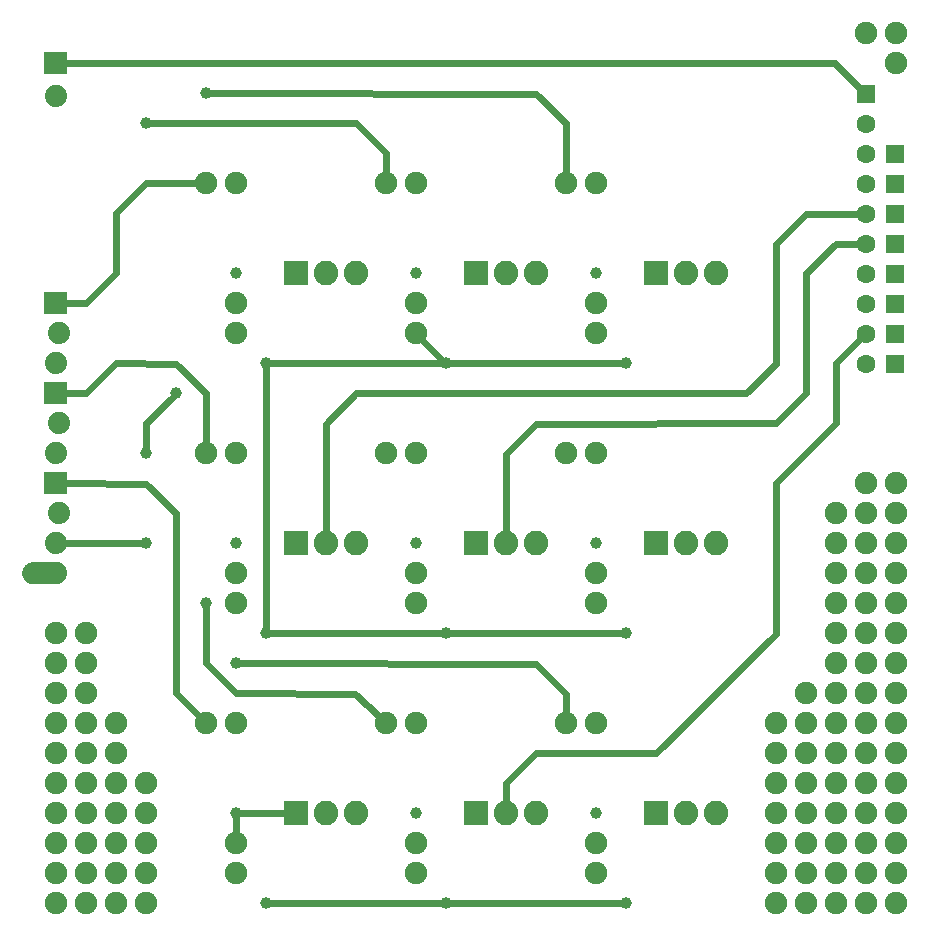
<source format=gbl>
G04 MADE WITH FRITZING*
G04 WWW.FRITZING.ORG*
G04 DOUBLE SIDED*
G04 HOLES PLATED*
G04 CONTOUR ON CENTER OF CONTOUR VECTOR*
%ASAXBY*%
%FSLAX23Y23*%
%MOIN*%
%OFA0B0*%
%SFA1.0B1.0*%
%ADD10C,0.075000*%
%ADD11C,0.062992*%
%ADD12C,0.039370*%
%ADD13C,0.074000*%
%ADD14C,0.082000*%
%ADD15C,0.074803*%
%ADD16R,0.062992X0.062992*%
%ADD17R,0.082000X0.082000*%
%ADD18C,0.024000*%
%ADD19R,0.001000X0.001000*%
%LNCOPPER0*%
G90*
G70*
G54D10*
X1298Y752D03*
X1398Y752D03*
X1298Y2552D03*
X1398Y2552D03*
X1298Y1652D03*
X1398Y1652D03*
X1898Y1652D03*
X1998Y1652D03*
X1898Y752D03*
X1998Y752D03*
X1898Y2552D03*
X1998Y2552D03*
X698Y2552D03*
X798Y2552D03*
X698Y752D03*
X798Y752D03*
X698Y1652D03*
X798Y1652D03*
X1998Y2152D03*
X1998Y2052D03*
X1998Y1252D03*
X1998Y1152D03*
X1998Y352D03*
X1998Y252D03*
X798Y2152D03*
X798Y2052D03*
X798Y1252D03*
X798Y1152D03*
X798Y352D03*
X798Y252D03*
X1398Y2152D03*
X1398Y2052D03*
X1398Y1252D03*
X1398Y1152D03*
X1398Y352D03*
X1398Y252D03*
G54D11*
X2996Y2651D03*
X2898Y2651D03*
X2996Y2051D03*
X2898Y2051D03*
X2996Y2351D03*
X2898Y2351D03*
X2898Y2849D03*
X2898Y2751D03*
X2996Y2151D03*
X2898Y2151D03*
X2996Y2451D03*
X2898Y2451D03*
X2996Y2551D03*
X2898Y2551D03*
X2996Y2251D03*
X2898Y2251D03*
X2996Y1951D03*
X2898Y1951D03*
G54D12*
X198Y2152D03*
G54D13*
X198Y2152D03*
X208Y2052D03*
X198Y1952D03*
X198Y2152D03*
X208Y2052D03*
X198Y1952D03*
X198Y2152D03*
X208Y2052D03*
X198Y1952D03*
X198Y1552D03*
X208Y1452D03*
X198Y1352D03*
X198Y1552D03*
X208Y1452D03*
X198Y1352D03*
X198Y1552D03*
X208Y1452D03*
X198Y1352D03*
X198Y1252D03*
X198Y1252D03*
X198Y1252D03*
X198Y1852D03*
X208Y1752D03*
X198Y1652D03*
X198Y1852D03*
X208Y1752D03*
X198Y1652D03*
X198Y1852D03*
X208Y1752D03*
X198Y1652D03*
X198Y2952D03*
X198Y2842D03*
X198Y2952D03*
X198Y2842D03*
X198Y2952D03*
X198Y2842D03*
G54D14*
X998Y2252D03*
X1098Y2252D03*
X1198Y2252D03*
X998Y1352D03*
X1098Y1352D03*
X1198Y1352D03*
X998Y452D03*
X1098Y452D03*
X1198Y452D03*
G54D12*
X798Y2252D03*
X898Y1952D03*
G54D14*
X2198Y2252D03*
X2298Y2252D03*
X2398Y2252D03*
X2198Y452D03*
X2298Y452D03*
X2398Y452D03*
X2198Y1352D03*
X2298Y1352D03*
X2398Y1352D03*
X1598Y2252D03*
X1698Y2252D03*
X1798Y2252D03*
X1598Y1352D03*
X1698Y1352D03*
X1798Y1352D03*
X1598Y452D03*
X1698Y452D03*
X1798Y452D03*
G54D12*
X498Y2752D03*
X698Y2852D03*
X1398Y2252D03*
X1498Y1952D03*
X1998Y2252D03*
X2098Y1952D03*
X798Y1352D03*
X498Y1652D03*
X598Y1852D03*
X1398Y1352D03*
X1998Y1352D03*
X898Y1052D03*
X1498Y1052D03*
X2098Y1052D03*
X698Y1152D03*
X498Y1352D03*
X798Y452D03*
X1398Y452D03*
X1998Y452D03*
X2098Y152D03*
X1498Y152D03*
X898Y152D03*
X798Y952D03*
G54D15*
X2698Y252D03*
X2698Y652D03*
X2598Y252D03*
X2598Y352D03*
X2598Y152D03*
X2698Y152D03*
X2698Y552D03*
X2698Y352D03*
X2698Y752D03*
X2598Y452D03*
X2698Y452D03*
X2698Y852D03*
X2798Y252D03*
X198Y952D03*
X198Y252D03*
X198Y652D03*
X2798Y652D03*
X2798Y1352D03*
X2798Y952D03*
X2798Y152D03*
X198Y552D03*
X198Y152D03*
X198Y852D03*
X2798Y1252D03*
X2798Y552D03*
X2898Y152D03*
X298Y552D03*
X298Y152D03*
X2898Y1252D03*
X2898Y552D03*
X298Y852D03*
X2998Y152D03*
X498Y552D03*
X498Y152D03*
X398Y552D03*
X2598Y552D03*
X2998Y552D03*
X398Y152D03*
X2998Y1252D03*
X2898Y252D03*
X298Y252D03*
X2898Y1352D03*
X2898Y952D03*
X2898Y652D03*
X298Y652D03*
X298Y952D03*
X2998Y252D03*
X398Y252D03*
X498Y252D03*
X2598Y652D03*
X398Y652D03*
X2998Y1352D03*
X2998Y952D03*
X2998Y652D03*
X2798Y352D03*
X198Y1052D03*
X198Y352D03*
X198Y752D03*
X2798Y752D03*
X2798Y1452D03*
X2798Y1052D03*
X2898Y352D03*
X298Y1052D03*
X298Y352D03*
X298Y752D03*
X2898Y752D03*
X2898Y1452D03*
X2898Y1052D03*
X2998Y352D03*
X498Y352D03*
X2598Y752D03*
X398Y352D03*
X398Y752D03*
X2998Y752D03*
X2998Y1052D03*
X2998Y2952D03*
X2998Y1452D03*
X2798Y452D03*
X2798Y1152D03*
X198Y452D03*
X2798Y852D03*
X2898Y452D03*
X298Y452D03*
X2898Y3052D03*
X2898Y1152D03*
X2898Y1552D03*
X2898Y852D03*
X2998Y452D03*
X398Y452D03*
X498Y452D03*
X2998Y3052D03*
X2998Y1152D03*
X2998Y1552D03*
X2998Y852D03*
G54D16*
X2996Y2651D03*
X2996Y2051D03*
X2996Y2351D03*
X2898Y2849D03*
X2996Y2151D03*
X2996Y2451D03*
X2996Y2551D03*
X2996Y2251D03*
X2996Y1951D03*
G54D17*
X998Y2252D03*
X998Y1352D03*
X998Y452D03*
X2198Y2252D03*
X2198Y452D03*
X2198Y1352D03*
X1598Y2252D03*
X1598Y1352D03*
X1598Y452D03*
G54D18*
X1298Y2652D02*
X1298Y2580D01*
D02*
X1198Y2753D02*
X1298Y2652D01*
D02*
X517Y2752D02*
X1198Y2753D01*
D02*
X1899Y2753D02*
X1899Y2580D01*
D02*
X717Y2852D02*
X1798Y2851D01*
D02*
X1798Y2851D02*
X1899Y2753D01*
D02*
X2797Y2952D02*
X2879Y2868D01*
D02*
X230Y2952D02*
X2797Y2952D01*
D02*
X1485Y1965D02*
X1419Y2031D01*
D02*
X298Y2152D02*
X399Y2252D01*
D02*
X499Y2552D02*
X670Y2552D01*
D02*
X399Y2452D02*
X499Y2552D01*
D02*
X399Y2252D02*
X399Y2452D01*
D02*
X230Y2152D02*
X298Y2152D01*
D02*
X699Y1852D02*
X599Y1951D01*
D02*
X398Y1952D02*
X298Y1852D01*
D02*
X599Y1951D02*
X398Y1952D01*
D02*
X298Y1852D02*
X230Y1852D01*
D02*
X699Y1680D02*
X699Y1852D01*
D02*
X1517Y1952D02*
X2079Y1952D01*
D02*
X917Y1952D02*
X1479Y1952D01*
D02*
X499Y1752D02*
X585Y1838D01*
D02*
X498Y1671D02*
X499Y1752D01*
D02*
X2499Y1852D02*
X1198Y1852D01*
D02*
X2598Y2351D02*
X2598Y1951D01*
D02*
X2698Y2451D02*
X2598Y2351D01*
D02*
X2871Y2451D02*
X2698Y2451D01*
D02*
X1099Y1751D02*
X1098Y1384D01*
D02*
X2598Y1951D02*
X2499Y1852D01*
D02*
X1198Y1852D02*
X1099Y1751D01*
D02*
X2598Y1752D02*
X1798Y1751D01*
D02*
X2699Y1852D02*
X2598Y1752D01*
D02*
X2699Y2252D02*
X2699Y1852D01*
D02*
X2798Y2351D02*
X2699Y2252D01*
D02*
X2871Y2351D02*
X2798Y2351D01*
D02*
X1798Y1751D02*
X1698Y1650D01*
D02*
X1698Y1650D02*
X1698Y1384D01*
D02*
X898Y1071D02*
X898Y1933D01*
D02*
X1517Y1052D02*
X2079Y1052D01*
D02*
X917Y1052D02*
X1479Y1052D01*
D02*
X598Y1452D02*
X499Y1551D01*
D02*
X499Y1551D02*
X230Y1552D01*
D02*
X598Y852D02*
X598Y1452D01*
D02*
X678Y772D02*
X598Y852D01*
D02*
X479Y1352D02*
X230Y1352D01*
D02*
X699Y952D02*
X699Y1133D01*
D02*
X799Y852D02*
X699Y952D01*
D02*
X1197Y851D02*
X799Y852D01*
D02*
X1278Y772D02*
X1197Y851D01*
D02*
X817Y452D02*
X966Y452D01*
D02*
X798Y433D02*
X798Y380D01*
D02*
X817Y952D02*
X1798Y950D01*
D02*
X1798Y950D02*
X1898Y851D01*
D02*
X1898Y851D02*
X1898Y780D01*
D02*
X1517Y152D02*
X2079Y152D01*
D02*
X917Y152D02*
X1479Y152D01*
D02*
X2599Y1050D02*
X2198Y654D01*
D02*
X2599Y1553D02*
X2599Y1050D01*
D02*
X2799Y1952D02*
X2799Y1753D01*
D02*
X2799Y1753D02*
X2599Y1553D01*
D02*
X1699Y552D02*
X1699Y484D01*
D02*
X1798Y653D02*
X1699Y552D01*
D02*
X2198Y654D02*
X1798Y653D01*
D02*
X2879Y2032D02*
X2799Y1952D01*
G54D19*
X161Y2989D02*
X234Y2989D01*
X161Y2988D02*
X234Y2988D01*
X161Y2987D02*
X234Y2987D01*
X161Y2986D02*
X234Y2986D01*
X161Y2985D02*
X234Y2985D01*
X161Y2984D02*
X234Y2984D01*
X161Y2983D02*
X234Y2983D01*
X161Y2982D02*
X234Y2982D01*
X161Y2981D02*
X234Y2981D01*
X161Y2980D02*
X234Y2980D01*
X161Y2979D02*
X234Y2979D01*
X161Y2978D02*
X234Y2978D01*
X161Y2977D02*
X234Y2977D01*
X161Y2976D02*
X234Y2976D01*
X161Y2975D02*
X234Y2975D01*
X161Y2974D02*
X234Y2974D01*
X161Y2973D02*
X234Y2973D01*
X161Y2972D02*
X193Y2972D01*
X203Y2972D02*
X234Y2972D01*
X161Y2971D02*
X190Y2971D01*
X206Y2971D02*
X234Y2971D01*
X161Y2970D02*
X188Y2970D01*
X208Y2970D02*
X234Y2970D01*
X161Y2969D02*
X186Y2969D01*
X210Y2969D02*
X234Y2969D01*
X161Y2968D02*
X185Y2968D01*
X211Y2968D02*
X234Y2968D01*
X161Y2967D02*
X184Y2967D01*
X212Y2967D02*
X234Y2967D01*
X161Y2966D02*
X183Y2966D01*
X213Y2966D02*
X234Y2966D01*
X161Y2965D02*
X182Y2965D01*
X214Y2965D02*
X234Y2965D01*
X161Y2964D02*
X181Y2964D01*
X215Y2964D02*
X234Y2964D01*
X161Y2963D02*
X180Y2963D01*
X215Y2963D02*
X234Y2963D01*
X161Y2962D02*
X180Y2962D01*
X216Y2962D02*
X234Y2962D01*
X161Y2961D02*
X179Y2961D01*
X216Y2961D02*
X234Y2961D01*
X161Y2960D02*
X179Y2960D01*
X217Y2960D02*
X234Y2960D01*
X161Y2959D02*
X179Y2959D01*
X217Y2959D02*
X234Y2959D01*
X161Y2958D02*
X178Y2958D01*
X218Y2958D02*
X234Y2958D01*
X161Y2957D02*
X178Y2957D01*
X218Y2957D02*
X234Y2957D01*
X161Y2956D02*
X178Y2956D01*
X218Y2956D02*
X234Y2956D01*
X161Y2955D02*
X178Y2955D01*
X218Y2955D02*
X234Y2955D01*
X161Y2954D02*
X178Y2954D01*
X218Y2954D02*
X234Y2954D01*
X161Y2953D02*
X177Y2953D01*
X218Y2953D02*
X234Y2953D01*
X161Y2952D02*
X177Y2952D01*
X218Y2952D02*
X234Y2952D01*
X161Y2951D02*
X178Y2951D01*
X218Y2951D02*
X234Y2951D01*
X161Y2950D02*
X178Y2950D01*
X218Y2950D02*
X234Y2950D01*
X161Y2949D02*
X178Y2949D01*
X218Y2949D02*
X234Y2949D01*
X161Y2948D02*
X178Y2948D01*
X218Y2948D02*
X234Y2948D01*
X161Y2947D02*
X178Y2947D01*
X218Y2947D02*
X234Y2947D01*
X161Y2946D02*
X179Y2946D01*
X217Y2946D02*
X234Y2946D01*
X161Y2945D02*
X179Y2945D01*
X217Y2945D02*
X234Y2945D01*
X161Y2944D02*
X179Y2944D01*
X216Y2944D02*
X234Y2944D01*
X161Y2943D02*
X180Y2943D01*
X216Y2943D02*
X234Y2943D01*
X161Y2942D02*
X180Y2942D01*
X215Y2942D02*
X234Y2942D01*
X161Y2941D02*
X181Y2941D01*
X215Y2941D02*
X234Y2941D01*
X161Y2940D02*
X182Y2940D01*
X214Y2940D02*
X234Y2940D01*
X161Y2939D02*
X183Y2939D01*
X213Y2939D02*
X234Y2939D01*
X161Y2938D02*
X184Y2938D01*
X212Y2938D02*
X234Y2938D01*
X161Y2937D02*
X185Y2937D01*
X211Y2937D02*
X234Y2937D01*
X161Y2936D02*
X186Y2936D01*
X210Y2936D02*
X234Y2936D01*
X161Y2935D02*
X188Y2935D01*
X208Y2935D02*
X234Y2935D01*
X161Y2934D02*
X190Y2934D01*
X206Y2934D02*
X234Y2934D01*
X161Y2933D02*
X193Y2933D01*
X203Y2933D02*
X234Y2933D01*
X161Y2932D02*
X234Y2932D01*
X161Y2931D02*
X234Y2931D01*
X161Y2930D02*
X234Y2930D01*
X161Y2929D02*
X234Y2929D01*
X161Y2928D02*
X234Y2928D01*
X161Y2927D02*
X234Y2927D01*
X161Y2926D02*
X234Y2926D01*
X161Y2925D02*
X234Y2925D01*
X161Y2924D02*
X234Y2924D01*
X161Y2923D02*
X234Y2923D01*
X161Y2922D02*
X234Y2922D01*
X161Y2921D02*
X234Y2921D01*
X161Y2920D02*
X234Y2920D01*
X161Y2919D02*
X234Y2919D01*
X161Y2918D02*
X234Y2918D01*
X161Y2917D02*
X234Y2917D01*
X161Y2916D02*
X234Y2916D01*
X161Y2189D02*
X234Y2189D01*
X161Y2188D02*
X234Y2188D01*
X161Y2187D02*
X234Y2187D01*
X161Y2186D02*
X234Y2186D01*
X161Y2185D02*
X234Y2185D01*
X161Y2184D02*
X234Y2184D01*
X161Y2183D02*
X234Y2183D01*
X161Y2182D02*
X234Y2182D01*
X161Y2181D02*
X234Y2181D01*
X161Y2180D02*
X234Y2180D01*
X161Y2179D02*
X234Y2179D01*
X161Y2178D02*
X234Y2178D01*
X161Y2177D02*
X234Y2177D01*
X161Y2176D02*
X234Y2176D01*
X161Y2175D02*
X234Y2175D01*
X161Y2174D02*
X234Y2174D01*
X161Y2173D02*
X234Y2173D01*
X161Y2172D02*
X192Y2172D01*
X203Y2172D02*
X234Y2172D01*
X161Y2171D02*
X189Y2171D01*
X206Y2171D02*
X234Y2171D01*
X161Y2170D02*
X188Y2170D01*
X208Y2170D02*
X234Y2170D01*
X161Y2169D02*
X186Y2169D01*
X210Y2169D02*
X234Y2169D01*
X161Y2168D02*
X185Y2168D01*
X211Y2168D02*
X234Y2168D01*
X161Y2167D02*
X183Y2167D01*
X212Y2167D02*
X234Y2167D01*
X161Y2166D02*
X183Y2166D01*
X213Y2166D02*
X234Y2166D01*
X161Y2165D02*
X182Y2165D01*
X214Y2165D02*
X234Y2165D01*
X161Y2164D02*
X181Y2164D01*
X215Y2164D02*
X234Y2164D01*
X161Y2163D02*
X180Y2163D01*
X215Y2163D02*
X234Y2163D01*
X161Y2162D02*
X180Y2162D01*
X216Y2162D02*
X234Y2162D01*
X161Y2161D02*
X179Y2161D01*
X217Y2161D02*
X234Y2161D01*
X161Y2160D02*
X179Y2160D01*
X217Y2160D02*
X234Y2160D01*
X161Y2159D02*
X179Y2159D01*
X217Y2159D02*
X234Y2159D01*
X161Y2158D02*
X178Y2158D01*
X218Y2158D02*
X234Y2158D01*
X161Y2157D02*
X178Y2157D01*
X218Y2157D02*
X234Y2157D01*
X161Y2156D02*
X178Y2156D01*
X218Y2156D02*
X234Y2156D01*
X161Y2155D02*
X178Y2155D01*
X218Y2155D02*
X234Y2155D01*
X161Y2154D02*
X178Y2154D01*
X218Y2154D02*
X234Y2154D01*
X161Y2153D02*
X177Y2153D01*
X218Y2153D02*
X234Y2153D01*
X161Y2152D02*
X177Y2152D01*
X218Y2152D02*
X234Y2152D01*
X161Y2151D02*
X178Y2151D01*
X218Y2151D02*
X234Y2151D01*
X161Y2150D02*
X178Y2150D01*
X218Y2150D02*
X234Y2150D01*
X161Y2149D02*
X178Y2149D01*
X218Y2149D02*
X234Y2149D01*
X161Y2148D02*
X178Y2148D01*
X218Y2148D02*
X234Y2148D01*
X161Y2147D02*
X178Y2147D01*
X217Y2147D02*
X234Y2147D01*
X161Y2146D02*
X179Y2146D01*
X217Y2146D02*
X234Y2146D01*
X161Y2145D02*
X179Y2145D01*
X217Y2145D02*
X234Y2145D01*
X161Y2144D02*
X179Y2144D01*
X216Y2144D02*
X234Y2144D01*
X161Y2143D02*
X180Y2143D01*
X216Y2143D02*
X234Y2143D01*
X161Y2142D02*
X181Y2142D01*
X215Y2142D02*
X234Y2142D01*
X161Y2141D02*
X181Y2141D01*
X215Y2141D02*
X234Y2141D01*
X161Y2140D02*
X182Y2140D01*
X214Y2140D02*
X234Y2140D01*
X161Y2139D02*
X183Y2139D01*
X213Y2139D02*
X234Y2139D01*
X161Y2138D02*
X184Y2138D01*
X212Y2138D02*
X234Y2138D01*
X161Y2137D02*
X185Y2137D01*
X211Y2137D02*
X234Y2137D01*
X161Y2136D02*
X186Y2136D01*
X209Y2136D02*
X234Y2136D01*
X161Y2135D02*
X188Y2135D01*
X208Y2135D02*
X234Y2135D01*
X161Y2134D02*
X190Y2134D01*
X205Y2134D02*
X234Y2134D01*
X161Y2133D02*
X194Y2133D01*
X201Y2133D02*
X234Y2133D01*
X161Y2132D02*
X234Y2132D01*
X161Y2131D02*
X234Y2131D01*
X161Y2130D02*
X234Y2130D01*
X161Y2129D02*
X234Y2129D01*
X161Y2128D02*
X234Y2128D01*
X161Y2127D02*
X234Y2127D01*
X161Y2126D02*
X234Y2126D01*
X161Y2125D02*
X234Y2125D01*
X161Y2124D02*
X234Y2124D01*
X161Y2123D02*
X234Y2123D01*
X161Y2122D02*
X234Y2122D01*
X161Y2121D02*
X234Y2121D01*
X161Y2120D02*
X234Y2120D01*
X161Y2119D02*
X234Y2119D01*
X161Y2118D02*
X234Y2118D01*
X161Y2117D02*
X234Y2117D01*
X162Y2116D02*
X234Y2116D01*
X161Y1889D02*
X234Y1889D01*
X161Y1888D02*
X234Y1888D01*
X161Y1887D02*
X234Y1887D01*
X161Y1886D02*
X234Y1886D01*
X161Y1885D02*
X234Y1885D01*
X161Y1884D02*
X234Y1884D01*
X161Y1883D02*
X234Y1883D01*
X161Y1882D02*
X234Y1882D01*
X161Y1881D02*
X234Y1881D01*
X161Y1880D02*
X234Y1880D01*
X161Y1879D02*
X234Y1879D01*
X161Y1878D02*
X234Y1878D01*
X161Y1877D02*
X234Y1877D01*
X161Y1876D02*
X234Y1876D01*
X161Y1875D02*
X234Y1875D01*
X161Y1874D02*
X234Y1874D01*
X161Y1873D02*
X234Y1873D01*
X161Y1872D02*
X192Y1872D01*
X204Y1872D02*
X234Y1872D01*
X161Y1871D02*
X189Y1871D01*
X206Y1871D02*
X234Y1871D01*
X161Y1870D02*
X187Y1870D01*
X208Y1870D02*
X234Y1870D01*
X161Y1869D02*
X186Y1869D01*
X210Y1869D02*
X234Y1869D01*
X161Y1868D02*
X185Y1868D01*
X211Y1868D02*
X234Y1868D01*
X161Y1867D02*
X183Y1867D01*
X212Y1867D02*
X234Y1867D01*
X161Y1866D02*
X183Y1866D01*
X213Y1866D02*
X234Y1866D01*
X161Y1865D02*
X182Y1865D01*
X214Y1865D02*
X234Y1865D01*
X161Y1864D02*
X181Y1864D01*
X215Y1864D02*
X234Y1864D01*
X161Y1863D02*
X180Y1863D01*
X215Y1863D02*
X234Y1863D01*
X161Y1862D02*
X180Y1862D01*
X216Y1862D02*
X234Y1862D01*
X161Y1861D02*
X179Y1861D01*
X217Y1861D02*
X234Y1861D01*
X161Y1860D02*
X179Y1860D01*
X217Y1860D02*
X234Y1860D01*
X161Y1859D02*
X178Y1859D01*
X217Y1859D02*
X234Y1859D01*
X161Y1858D02*
X178Y1858D01*
X218Y1858D02*
X234Y1858D01*
X161Y1857D02*
X178Y1857D01*
X218Y1857D02*
X234Y1857D01*
X161Y1856D02*
X178Y1856D01*
X218Y1856D02*
X234Y1856D01*
X161Y1855D02*
X178Y1855D01*
X218Y1855D02*
X234Y1855D01*
X161Y1854D02*
X178Y1854D01*
X218Y1854D02*
X234Y1854D01*
X161Y1853D02*
X177Y1853D01*
X218Y1853D02*
X234Y1853D01*
X161Y1852D02*
X177Y1852D01*
X218Y1852D02*
X234Y1852D01*
X161Y1851D02*
X178Y1851D01*
X218Y1851D02*
X234Y1851D01*
X161Y1850D02*
X178Y1850D01*
X218Y1850D02*
X234Y1850D01*
X161Y1849D02*
X178Y1849D01*
X218Y1849D02*
X234Y1849D01*
X161Y1848D02*
X178Y1848D01*
X218Y1848D02*
X234Y1848D01*
X161Y1847D02*
X178Y1847D01*
X217Y1847D02*
X234Y1847D01*
X161Y1846D02*
X179Y1846D01*
X217Y1846D02*
X234Y1846D01*
X161Y1845D02*
X179Y1845D01*
X217Y1845D02*
X234Y1845D01*
X161Y1844D02*
X179Y1844D01*
X216Y1844D02*
X234Y1844D01*
X161Y1843D02*
X180Y1843D01*
X216Y1843D02*
X234Y1843D01*
X161Y1842D02*
X181Y1842D01*
X215Y1842D02*
X234Y1842D01*
X161Y1841D02*
X181Y1841D01*
X215Y1841D02*
X234Y1841D01*
X161Y1840D02*
X182Y1840D01*
X214Y1840D02*
X234Y1840D01*
X161Y1839D02*
X183Y1839D01*
X213Y1839D02*
X234Y1839D01*
X161Y1838D02*
X184Y1838D01*
X212Y1838D02*
X234Y1838D01*
X161Y1837D02*
X185Y1837D01*
X211Y1837D02*
X234Y1837D01*
X161Y1836D02*
X187Y1836D01*
X209Y1836D02*
X234Y1836D01*
X161Y1835D02*
X188Y1835D01*
X207Y1835D02*
X234Y1835D01*
X161Y1834D02*
X191Y1834D01*
X205Y1834D02*
X234Y1834D01*
X161Y1833D02*
X195Y1833D01*
X201Y1833D02*
X234Y1833D01*
X161Y1832D02*
X234Y1832D01*
X161Y1831D02*
X234Y1831D01*
X161Y1830D02*
X234Y1830D01*
X161Y1829D02*
X234Y1829D01*
X161Y1828D02*
X234Y1828D01*
X161Y1827D02*
X234Y1827D01*
X161Y1826D02*
X234Y1826D01*
X161Y1825D02*
X234Y1825D01*
X161Y1824D02*
X234Y1824D01*
X161Y1823D02*
X234Y1823D01*
X161Y1822D02*
X234Y1822D01*
X161Y1821D02*
X234Y1821D01*
X161Y1820D02*
X234Y1820D01*
X161Y1819D02*
X234Y1819D01*
X161Y1818D02*
X234Y1818D01*
X161Y1817D02*
X234Y1817D01*
X162Y1816D02*
X234Y1816D01*
X161Y1589D02*
X234Y1589D01*
X161Y1588D02*
X234Y1588D01*
X161Y1587D02*
X234Y1587D01*
X161Y1586D02*
X234Y1586D01*
X161Y1585D02*
X234Y1585D01*
X161Y1584D02*
X234Y1584D01*
X161Y1583D02*
X234Y1583D01*
X161Y1582D02*
X234Y1582D01*
X161Y1581D02*
X234Y1581D01*
X161Y1580D02*
X234Y1580D01*
X161Y1579D02*
X234Y1579D01*
X161Y1578D02*
X234Y1578D01*
X161Y1577D02*
X234Y1577D01*
X161Y1576D02*
X234Y1576D01*
X161Y1575D02*
X234Y1575D01*
X161Y1574D02*
X234Y1574D01*
X161Y1573D02*
X234Y1573D01*
X161Y1572D02*
X192Y1572D01*
X204Y1572D02*
X234Y1572D01*
X161Y1571D02*
X189Y1571D01*
X207Y1571D02*
X234Y1571D01*
X161Y1570D02*
X187Y1570D01*
X208Y1570D02*
X234Y1570D01*
X161Y1569D02*
X186Y1569D01*
X210Y1569D02*
X234Y1569D01*
X161Y1568D02*
X185Y1568D01*
X211Y1568D02*
X234Y1568D01*
X161Y1567D02*
X183Y1567D01*
X212Y1567D02*
X234Y1567D01*
X161Y1566D02*
X182Y1566D01*
X213Y1566D02*
X234Y1566D01*
X161Y1565D02*
X182Y1565D01*
X214Y1565D02*
X234Y1565D01*
X161Y1564D02*
X181Y1564D01*
X215Y1564D02*
X234Y1564D01*
X161Y1563D02*
X180Y1563D01*
X216Y1563D02*
X234Y1563D01*
X161Y1562D02*
X180Y1562D01*
X216Y1562D02*
X234Y1562D01*
X161Y1561D02*
X179Y1561D01*
X217Y1561D02*
X234Y1561D01*
X161Y1560D02*
X179Y1560D01*
X217Y1560D02*
X234Y1560D01*
X161Y1559D02*
X178Y1559D01*
X217Y1559D02*
X234Y1559D01*
X161Y1558D02*
X178Y1558D01*
X218Y1558D02*
X234Y1558D01*
X161Y1557D02*
X178Y1557D01*
X218Y1557D02*
X234Y1557D01*
X161Y1556D02*
X178Y1556D01*
X218Y1556D02*
X234Y1556D01*
X161Y1555D02*
X178Y1555D01*
X218Y1555D02*
X234Y1555D01*
X161Y1554D02*
X178Y1554D01*
X218Y1554D02*
X234Y1554D01*
X161Y1553D02*
X177Y1553D01*
X218Y1553D02*
X234Y1553D01*
X161Y1552D02*
X177Y1552D01*
X218Y1552D02*
X234Y1552D01*
X161Y1551D02*
X178Y1551D01*
X218Y1551D02*
X234Y1551D01*
X161Y1550D02*
X178Y1550D01*
X218Y1550D02*
X234Y1550D01*
X161Y1549D02*
X178Y1549D01*
X218Y1549D02*
X234Y1549D01*
X161Y1548D02*
X178Y1548D01*
X218Y1548D02*
X234Y1548D01*
X161Y1547D02*
X178Y1547D01*
X217Y1547D02*
X234Y1547D01*
X161Y1546D02*
X179Y1546D01*
X217Y1546D02*
X234Y1546D01*
X161Y1545D02*
X179Y1545D01*
X217Y1545D02*
X234Y1545D01*
X161Y1544D02*
X180Y1544D01*
X216Y1544D02*
X234Y1544D01*
X161Y1543D02*
X180Y1543D01*
X216Y1543D02*
X234Y1543D01*
X161Y1542D02*
X181Y1542D01*
X215Y1542D02*
X234Y1542D01*
X161Y1541D02*
X181Y1541D01*
X214Y1541D02*
X234Y1541D01*
X161Y1540D02*
X182Y1540D01*
X214Y1540D02*
X234Y1540D01*
X161Y1539D02*
X183Y1539D01*
X213Y1539D02*
X234Y1539D01*
X161Y1538D02*
X184Y1538D01*
X212Y1538D02*
X234Y1538D01*
X161Y1537D02*
X185Y1537D01*
X211Y1537D02*
X234Y1537D01*
X161Y1536D02*
X187Y1536D01*
X209Y1536D02*
X234Y1536D01*
X161Y1535D02*
X188Y1535D01*
X207Y1535D02*
X234Y1535D01*
X161Y1534D02*
X191Y1534D01*
X205Y1534D02*
X234Y1534D01*
X161Y1533D02*
X196Y1533D01*
X200Y1533D02*
X234Y1533D01*
X161Y1532D02*
X234Y1532D01*
X161Y1531D02*
X234Y1531D01*
X161Y1530D02*
X234Y1530D01*
X161Y1529D02*
X234Y1529D01*
X161Y1528D02*
X234Y1528D01*
X161Y1527D02*
X234Y1527D01*
X161Y1526D02*
X234Y1526D01*
X161Y1525D02*
X234Y1525D01*
X161Y1524D02*
X234Y1524D01*
X161Y1523D02*
X234Y1523D01*
X161Y1522D02*
X234Y1522D01*
X161Y1521D02*
X234Y1521D01*
X161Y1520D02*
X234Y1520D01*
X161Y1519D02*
X234Y1519D01*
X161Y1518D02*
X234Y1518D01*
X161Y1517D02*
X234Y1517D01*
X162Y1516D02*
X234Y1516D01*
X117Y1289D02*
X205Y1289D01*
X113Y1288D02*
X209Y1288D01*
X110Y1287D02*
X212Y1287D01*
X108Y1286D02*
X214Y1286D01*
X106Y1285D02*
X216Y1285D01*
X104Y1284D02*
X217Y1284D01*
X103Y1283D02*
X219Y1283D01*
X102Y1282D02*
X220Y1282D01*
X100Y1281D02*
X221Y1281D01*
X99Y1280D02*
X222Y1280D01*
X98Y1279D02*
X224Y1279D01*
X97Y1278D02*
X224Y1278D01*
X96Y1277D02*
X225Y1277D01*
X96Y1276D02*
X226Y1276D01*
X95Y1275D02*
X227Y1275D01*
X94Y1274D02*
X192Y1274D01*
X204Y1274D02*
X228Y1274D01*
X93Y1273D02*
X189Y1273D01*
X207Y1273D02*
X228Y1273D01*
X93Y1272D02*
X187Y1272D01*
X209Y1272D02*
X229Y1272D01*
X92Y1271D02*
X185Y1271D01*
X211Y1271D02*
X230Y1271D01*
X92Y1270D02*
X184Y1270D01*
X212Y1270D02*
X230Y1270D01*
X91Y1269D02*
X183Y1269D01*
X213Y1269D02*
X231Y1269D01*
X91Y1268D02*
X181Y1268D01*
X214Y1268D02*
X231Y1268D01*
X90Y1267D02*
X181Y1267D01*
X215Y1267D02*
X232Y1267D01*
X90Y1266D02*
X180Y1266D01*
X216Y1266D02*
X232Y1266D01*
X89Y1265D02*
X179Y1265D01*
X217Y1265D02*
X232Y1265D01*
X89Y1264D02*
X179Y1264D01*
X217Y1264D02*
X233Y1264D01*
X89Y1263D02*
X178Y1263D01*
X218Y1263D02*
X233Y1263D01*
X89Y1262D02*
X177Y1262D01*
X218Y1262D02*
X233Y1262D01*
X88Y1261D02*
X177Y1261D01*
X219Y1261D02*
X233Y1261D01*
X88Y1260D02*
X177Y1260D01*
X219Y1260D02*
X234Y1260D01*
X88Y1259D02*
X176Y1259D01*
X219Y1259D02*
X234Y1259D01*
X88Y1258D02*
X176Y1258D01*
X220Y1258D02*
X234Y1258D01*
X88Y1257D02*
X176Y1257D01*
X220Y1257D02*
X234Y1257D01*
X88Y1256D02*
X176Y1256D01*
X220Y1256D02*
X234Y1256D01*
X88Y1255D02*
X176Y1255D01*
X220Y1255D02*
X234Y1255D01*
X87Y1254D02*
X175Y1254D01*
X220Y1254D02*
X234Y1254D01*
X87Y1253D02*
X175Y1253D01*
X220Y1253D02*
X234Y1253D01*
X87Y1252D02*
X175Y1252D01*
X220Y1252D02*
X234Y1252D01*
X88Y1251D02*
X175Y1251D01*
X220Y1251D02*
X234Y1251D01*
X88Y1250D02*
X176Y1250D01*
X220Y1250D02*
X234Y1250D01*
X88Y1249D02*
X176Y1249D01*
X220Y1249D02*
X234Y1249D01*
X88Y1248D02*
X176Y1248D01*
X220Y1248D02*
X234Y1248D01*
X88Y1247D02*
X176Y1247D01*
X219Y1247D02*
X234Y1247D01*
X88Y1246D02*
X177Y1246D01*
X219Y1246D02*
X234Y1246D01*
X88Y1245D02*
X177Y1245D01*
X219Y1245D02*
X234Y1245D01*
X89Y1244D02*
X177Y1244D01*
X218Y1244D02*
X233Y1244D01*
X89Y1243D02*
X178Y1243D01*
X218Y1243D02*
X233Y1243D01*
X89Y1242D02*
X178Y1242D01*
X217Y1242D02*
X233Y1242D01*
X89Y1241D02*
X179Y1241D01*
X217Y1241D02*
X232Y1241D01*
X90Y1240D02*
X180Y1240D01*
X216Y1240D02*
X232Y1240D01*
X90Y1239D02*
X180Y1239D01*
X215Y1239D02*
X232Y1239D01*
X91Y1238D02*
X181Y1238D01*
X215Y1238D02*
X231Y1238D01*
X91Y1237D02*
X182Y1237D01*
X214Y1237D02*
X231Y1237D01*
X92Y1236D02*
X183Y1236D01*
X212Y1236D02*
X230Y1236D01*
X92Y1235D02*
X185Y1235D01*
X211Y1235D02*
X230Y1235D01*
X93Y1234D02*
X186Y1234D01*
X210Y1234D02*
X229Y1234D01*
X93Y1233D02*
X188Y1233D01*
X208Y1233D02*
X229Y1233D01*
X94Y1232D02*
X191Y1232D01*
X205Y1232D02*
X228Y1232D01*
X95Y1231D02*
X195Y1231D01*
X201Y1231D02*
X227Y1231D01*
X95Y1230D02*
X226Y1230D01*
X96Y1229D02*
X226Y1229D01*
X97Y1228D02*
X225Y1228D01*
X98Y1227D02*
X224Y1227D01*
X99Y1226D02*
X223Y1226D01*
X100Y1225D02*
X222Y1225D01*
X101Y1224D02*
X220Y1224D01*
X103Y1223D02*
X219Y1223D01*
X104Y1222D02*
X218Y1222D01*
X106Y1221D02*
X216Y1221D01*
X107Y1220D02*
X214Y1220D01*
X110Y1219D02*
X212Y1219D01*
X112Y1218D02*
X210Y1218D01*
X115Y1217D02*
X206Y1217D01*
X122Y1216D02*
X200Y1216D01*
D02*
G04 End of Copper0*
M02*
</source>
